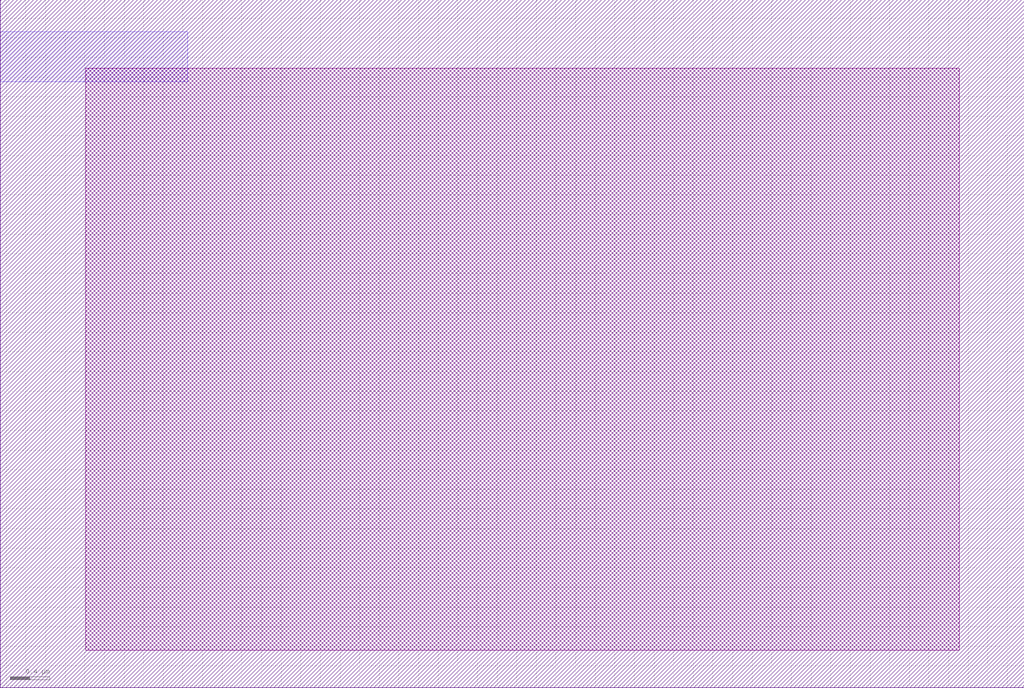
<source format=lef>
VERSION 5.7 ;
  NOWIREEXTENSIONATPIN ON ;
  DIVIDERCHAR "/" ;
  BUSBITCHARS "[]" ;
UNITS
  DATABASE MICRONS 200 ;
END UNITS

LAYER via2
  TYPE CUT ;
END via2

LAYER via
  TYPE CUT ;
END via

LAYER nwell
  TYPE MASTERSLICE ;
END nwell

LAYER via3
  TYPE CUT ;
END via3

LAYER pwell
  TYPE MASTERSLICE ;
END pwell

LAYER via4
  TYPE CUT ;
END via4

LAYER mcon
  TYPE CUT ;
END mcon

LAYER met6
  TYPE ROUTING ;
  WIDTH 0.030000 ;
  SPACING 0.040000 ;
  DIRECTION HORIZONTAL ;
END met6

LAYER met1
  TYPE ROUTING ;
  WIDTH 0.140000 ;
  SPACING 0.140000 ;
  DIRECTION HORIZONTAL ;
END met1

LAYER met3
  TYPE ROUTING ;
  WIDTH 0.300000 ;
  SPACING 0.300000 ;
  DIRECTION HORIZONTAL ;
END met3

LAYER met2
  TYPE ROUTING ;
  WIDTH 0.140000 ;
  SPACING 0.140000 ;
  DIRECTION HORIZONTAL ;
END met2

LAYER met4
  TYPE ROUTING ;
  WIDTH 0.300000 ;
  SPACING 0.300000 ;
  DIRECTION HORIZONTAL ;
END met4

LAYER met5
  TYPE ROUTING ;
  WIDTH 1.600000 ;
  SPACING 1.600000 ;
  DIRECTION HORIZONTAL ;
END met5

LAYER li1
  TYPE ROUTING ;
  WIDTH 0.170000 ;
  SPACING 0.170000 ;
  DIRECTION HORIZONTAL ;
END li1

MACRO sky130_hilas_TunVaractorCapcitor
  CLASS BLOCK ;
  FOREIGN sky130_hilas_TunVaractorCapcitor ;
  ORIGIN 14.660 4.420 ;
  SIZE 10.430 BY 7.010 ;
  OBS
      LAYER nwell ;
        RECT -14.660 1.750 -12.750 2.260 ;
      LAYER li1 ;
        RECT -13.790 -4.040 -4.890 1.890 ;
  END
END sky130_hilas_TunVaractorCapcitor
END LIBRARY


</source>
